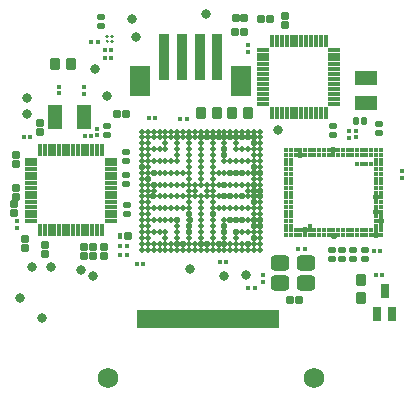
<source format=gbr>
G04*
G04 #@! TF.GenerationSoftware,Altium Limited,Altium Designer,24.6.1 (21)*
G04*
G04 Layer_Color=8388736*
%FSLAX44Y44*%
%MOMM*%
G71*
G04*
G04 #@! TF.SameCoordinates,46D9000B-954F-446C-B998-76B77EA3697B*
G04*
G04*
G04 #@! TF.FilePolarity,Negative*
G04*
G01*
G75*
%ADD17C,0.1500*%
%ADD43C,0.8382*%
G04:AMPARAMS|DCode=44|XSize=0.4048mm|YSize=0.4048mm|CornerRadius=0.0729mm|HoleSize=0mm|Usage=FLASHONLY|Rotation=180.000|XOffset=0mm|YOffset=0mm|HoleType=Round|Shape=RoundedRectangle|*
%AMROUNDEDRECTD44*
21,1,0.4048,0.2591,0,0,180.0*
21,1,0.2591,0.4048,0,0,180.0*
1,1,0.1457,-0.1295,0.1295*
1,1,0.1457,0.1295,0.1295*
1,1,0.1457,0.1295,-0.1295*
1,1,0.1457,-0.1295,-0.1295*
%
%ADD44ROUNDEDRECTD44*%
G04:AMPARAMS|DCode=45|XSize=0.9982mm|YSize=0.8712mm|CornerRadius=0.1511mm|HoleSize=0mm|Usage=FLASHONLY|Rotation=90.000|XOffset=0mm|YOffset=0mm|HoleType=Round|Shape=RoundedRectangle|*
%AMROUNDEDRECTD45*
21,1,0.9982,0.5690,0,0,90.0*
21,1,0.6960,0.8712,0,0,90.0*
1,1,0.3022,0.2845,0.3480*
1,1,0.3022,0.2845,-0.3480*
1,1,0.3022,-0.2845,-0.3480*
1,1,0.3022,-0.2845,0.3480*
%
%ADD45ROUNDEDRECTD45*%
G04:AMPARAMS|DCode=46|XSize=1.2932mm|YSize=1.4932mm|CornerRadius=0.2378mm|HoleSize=0mm|Usage=FLASHONLY|Rotation=90.000|XOffset=0mm|YOffset=0mm|HoleType=Round|Shape=RoundedRectangle|*
%AMROUNDEDRECTD46*
21,1,1.2932,1.0175,0,0,90.0*
21,1,0.8175,1.4932,0,0,90.0*
1,1,0.4757,0.5088,0.4088*
1,1,0.4757,0.5088,-0.4088*
1,1,0.4757,-0.5088,-0.4088*
1,1,0.4757,-0.5088,0.4088*
%
%ADD46ROUNDEDRECTD46*%
G04:AMPARAMS|DCode=47|XSize=0.6172mm|YSize=0.668mm|CornerRadius=0.1143mm|HoleSize=0mm|Usage=FLASHONLY|Rotation=180.000|XOffset=0mm|YOffset=0mm|HoleType=Round|Shape=RoundedRectangle|*
%AMROUNDEDRECTD47*
21,1,0.6172,0.4394,0,0,180.0*
21,1,0.3886,0.6680,0,0,180.0*
1,1,0.2286,-0.1943,0.2197*
1,1,0.2286,0.1943,0.2197*
1,1,0.2286,0.1943,-0.2197*
1,1,0.2286,-0.1943,-0.2197*
%
%ADD47ROUNDEDRECTD47*%
G04:AMPARAMS|DCode=48|XSize=0.608mm|YSize=0.5572mm|CornerRadius=0.0843mm|HoleSize=0mm|Usage=FLASHONLY|Rotation=180.000|XOffset=0mm|YOffset=0mm|HoleType=Round|Shape=RoundedRectangle|*
%AMROUNDEDRECTD48*
21,1,0.6080,0.3886,0,0,180.0*
21,1,0.4394,0.5572,0,0,180.0*
1,1,0.1686,-0.2197,0.1943*
1,1,0.1686,0.2197,0.1943*
1,1,0.1686,0.2197,-0.1943*
1,1,0.1686,-0.2197,-0.1943*
%
%ADD48ROUNDEDRECTD48*%
G04:AMPARAMS|DCode=49|XSize=0.4048mm|YSize=0.4048mm|CornerRadius=0.0729mm|HoleSize=0mm|Usage=FLASHONLY|Rotation=270.000|XOffset=0mm|YOffset=0mm|HoleType=Round|Shape=RoundedRectangle|*
%AMROUNDEDRECTD49*
21,1,0.4048,0.2591,0,0,270.0*
21,1,0.2591,0.4048,0,0,270.0*
1,1,0.1457,-0.1295,-0.1295*
1,1,0.1457,-0.1295,0.1295*
1,1,0.1457,0.1295,0.1295*
1,1,0.1457,0.1295,-0.1295*
%
%ADD49ROUNDEDRECTD49*%
%ADD50R,1.3032X2.1032*%
G04:AMPARAMS|DCode=51|XSize=0.6172mm|YSize=0.668mm|CornerRadius=0.1143mm|HoleSize=0mm|Usage=FLASHONLY|Rotation=270.000|XOffset=0mm|YOffset=0mm|HoleType=Round|Shape=RoundedRectangle|*
%AMROUNDEDRECTD51*
21,1,0.6172,0.4394,0,0,270.0*
21,1,0.3886,0.6680,0,0,270.0*
1,1,0.2286,-0.2197,-0.1943*
1,1,0.2286,-0.2197,0.1943*
1,1,0.2286,0.2197,0.1943*
1,1,0.2286,0.2197,-0.1943*
%
%ADD51ROUNDEDRECTD51*%
%ADD52R,0.4032X1.1032*%
%ADD53R,1.1032X0.4032*%
G04:AMPARAMS|DCode=54|XSize=0.4172mm|YSize=0.468mm|CornerRadius=0.0143mm|HoleSize=0mm|Usage=FLASHONLY|Rotation=180.000|XOffset=0mm|YOffset=0mm|HoleType=Round|Shape=RoundedRectangle|*
%AMROUNDEDRECTD54*
21,1,0.4172,0.4394,0,0,180.0*
21,1,0.3886,0.4680,0,0,180.0*
1,1,0.0286,-0.1943,0.2197*
1,1,0.0286,0.1943,0.2197*
1,1,0.0286,0.1943,-0.2197*
1,1,0.0286,-0.1943,-0.2197*
%
%ADD54ROUNDEDRECTD54*%
G04:AMPARAMS|DCode=55|XSize=0.608mm|YSize=0.5572mm|CornerRadius=0.0843mm|HoleSize=0mm|Usage=FLASHONLY|Rotation=90.000|XOffset=0mm|YOffset=0mm|HoleType=Round|Shape=RoundedRectangle|*
%AMROUNDEDRECTD55*
21,1,0.6080,0.3886,0,0,90.0*
21,1,0.4394,0.5572,0,0,90.0*
1,1,0.1686,0.1943,0.2197*
1,1,0.1686,0.1943,-0.2197*
1,1,0.1686,-0.1943,-0.2197*
1,1,0.1686,-0.1943,0.2197*
%
%ADD55ROUNDEDRECTD55*%
%ADD56R,0.7532X1.2032*%
%ADD57R,0.5032X1.6032*%
%ADD58R,0.9032X3.9032*%
%ADD59R,1.7032X2.5032*%
%ADD60C,0.4932*%
%ADD61C,0.4032*%
%ADD62R,1.9032X1.3032*%
%ADD63R,1.0032X0.4032*%
%ADD64R,0.4032X1.0032*%
G04:AMPARAMS|DCode=65|XSize=0.8874mm|YSize=0.9382mm|CornerRadius=0.1287mm|HoleSize=0mm|Usage=FLASHONLY|Rotation=0.000|XOffset=0mm|YOffset=0mm|HoleType=Round|Shape=RoundedRectangle|*
%AMROUNDEDRECTD65*
21,1,0.8874,0.6807,0,0,0.0*
21,1,0.6299,0.9382,0,0,0.0*
1,1,0.2575,0.3150,-0.3404*
1,1,0.2575,-0.3150,-0.3404*
1,1,0.2575,-0.3150,0.3404*
1,1,0.2575,0.3150,0.3404*
%
%ADD65ROUNDEDRECTD65*%
%ADD66C,1.7272*%
%ADD67C,0.5532*%
D17*
X85142Y240220D02*
G03*
X85142Y240220I-750J0D01*
G01*
X89142D02*
G03*
X89142Y240220I-750J0D01*
G01*
X85142Y236220D02*
G03*
X85142Y236220I-750J0D01*
G01*
X89142D02*
G03*
X89142Y236220I-750J0D01*
G01*
D43*
X84328Y189992D02*
D03*
X108966Y239522D02*
D03*
X105156Y254762D02*
D03*
X168148Y259080D02*
D03*
X228600Y161290D02*
D03*
X201676Y38608D02*
D03*
X183388Y37592D02*
D03*
X36576Y44958D02*
D03*
X28956Y2032D02*
D03*
X10414Y18796D02*
D03*
X20828Y45212D02*
D03*
X62230Y42672D02*
D03*
X72136Y37846D02*
D03*
X74168Y212344D02*
D03*
X154686Y43688D02*
D03*
X16764Y187960D02*
D03*
Y174244D02*
D03*
D44*
X43942Y197488D02*
D03*
Y192148D02*
D03*
X119759Y171196D02*
D03*
X125098D02*
D03*
X146174Y170688D02*
D03*
X151514D02*
D03*
X64770Y197234D02*
D03*
Y191894D02*
D03*
X75946Y162181D02*
D03*
Y156842D02*
D03*
X13841Y155448D02*
D03*
X19180D02*
D03*
X100714Y62484D02*
D03*
X95374D02*
D03*
X100714Y55118D02*
D03*
X95374D02*
D03*
X87760Y222250D02*
D03*
X82421D02*
D03*
X76329Y235712D02*
D03*
X70991D02*
D03*
X203708Y227454D02*
D03*
Y232794D02*
D03*
X310005Y58928D02*
D03*
X315343D02*
D03*
X312036Y38100D02*
D03*
X317376D02*
D03*
X215900Y32636D02*
D03*
Y37975D02*
D03*
X114937Y47752D02*
D03*
X109599D02*
D03*
D45*
X53340Y217170D02*
D03*
X40340D02*
D03*
X163934Y175514D02*
D03*
X176934D02*
D03*
X203350D02*
D03*
X190350D02*
D03*
D46*
X230908Y31478D02*
D03*
X252708Y48278D02*
D03*
X230908D02*
D03*
X252708Y31478D02*
D03*
D47*
X100015Y174244D02*
D03*
X92517D02*
D03*
X102301Y71120D02*
D03*
X221935Y255016D02*
D03*
X214437D02*
D03*
X192847Y243840D02*
D03*
X200345D02*
D03*
X246573Y16764D02*
D03*
X239075D02*
D03*
X193101Y255778D02*
D03*
X200599D02*
D03*
D48*
X84074Y157033D02*
D03*
Y164531D02*
D03*
X100076Y134681D02*
D03*
Y142179D02*
D03*
X100838Y97221D02*
D03*
Y89723D02*
D03*
X79026Y249203D02*
D03*
Y256701D02*
D03*
X314452Y158303D02*
D03*
Y165801D02*
D03*
X275590Y156525D02*
D03*
Y164023D02*
D03*
X100330Y123129D02*
D03*
Y115631D02*
D03*
X302260Y59375D02*
D03*
Y51877D02*
D03*
X283464Y59375D02*
D03*
Y51877D02*
D03*
X274574Y59375D02*
D03*
Y51877D02*
D03*
X292608Y59375D02*
D03*
Y51877D02*
D03*
D49*
X65402Y156210D02*
D03*
X70742D02*
D03*
X87792Y228568D02*
D03*
X82452D02*
D03*
X294894Y160403D02*
D03*
Y155064D02*
D03*
X288798Y159895D02*
D03*
Y154557D02*
D03*
X246250Y60706D02*
D03*
X251590D02*
D03*
X8128Y83695D02*
D03*
Y78356D02*
D03*
X209172Y27686D02*
D03*
X203832D02*
D03*
X185296Y49276D02*
D03*
X179956D02*
D03*
X334264Y120774D02*
D03*
Y126114D02*
D03*
D50*
X39824Y172466D02*
D03*
X64824D02*
D03*
D51*
X27686Y167071D02*
D03*
Y159573D02*
D03*
X6858Y132395D02*
D03*
Y139893D02*
D03*
X14478Y61529D02*
D03*
Y69027D02*
D03*
X235204Y250251D02*
D03*
Y257749D02*
D03*
X72644Y54671D02*
D03*
Y62169D02*
D03*
X64516Y54671D02*
D03*
Y62169D02*
D03*
X31750Y56195D02*
D03*
Y63693D02*
D03*
X6858Y112207D02*
D03*
Y104709D02*
D03*
X5842Y98237D02*
D03*
Y90739D02*
D03*
X81534Y54671D02*
D03*
Y62169D02*
D03*
D52*
X79594Y143982D02*
D03*
X75594D02*
D03*
X71594D02*
D03*
X67594D02*
D03*
X63594D02*
D03*
X59594D02*
D03*
X55594D02*
D03*
X51594D02*
D03*
X47594D02*
D03*
X43594D02*
D03*
X39594D02*
D03*
X35594D02*
D03*
X31594D02*
D03*
X27594D02*
D03*
Y75982D02*
D03*
X31594D02*
D03*
X35594D02*
D03*
X39594D02*
D03*
X43594D02*
D03*
X47594D02*
D03*
X51594D02*
D03*
X55594D02*
D03*
X59594D02*
D03*
X63594D02*
D03*
X67594D02*
D03*
X71594D02*
D03*
X75594D02*
D03*
X79594D02*
D03*
D53*
X19594Y135982D02*
D03*
Y131982D02*
D03*
Y127982D02*
D03*
Y123982D02*
D03*
Y119982D02*
D03*
Y115982D02*
D03*
Y111982D02*
D03*
Y107982D02*
D03*
Y103982D02*
D03*
Y99982D02*
D03*
Y95982D02*
D03*
Y91982D02*
D03*
Y87982D02*
D03*
Y83982D02*
D03*
X87594D02*
D03*
Y87982D02*
D03*
Y91982D02*
D03*
Y95982D02*
D03*
Y99982D02*
D03*
Y103982D02*
D03*
Y107982D02*
D03*
Y111982D02*
D03*
Y115982D02*
D03*
Y119982D02*
D03*
Y123982D02*
D03*
Y127982D02*
D03*
Y131982D02*
D03*
Y135982D02*
D03*
D54*
X94803Y71120D02*
D03*
D55*
X302199Y168656D02*
D03*
X294701D02*
D03*
D56*
X319278Y24486D02*
D03*
X325778Y5486D02*
D03*
X312778D02*
D03*
D57*
X157466Y762D02*
D03*
X152466D02*
D03*
X147466D02*
D03*
X142466D02*
D03*
X137466D02*
D03*
X132466D02*
D03*
X127466D02*
D03*
X122466D02*
D03*
X117466D02*
D03*
X112466D02*
D03*
X162466D02*
D03*
X167466D02*
D03*
X172466D02*
D03*
X177466D02*
D03*
X182466D02*
D03*
X187466D02*
D03*
X192466D02*
D03*
X197466D02*
D03*
X202466D02*
D03*
X207466D02*
D03*
X212466D02*
D03*
X217466D02*
D03*
X222466D02*
D03*
X227466D02*
D03*
D58*
X177574Y223266D02*
D03*
X162574D02*
D03*
X147574D02*
D03*
X132574D02*
D03*
D59*
X198074Y202266D02*
D03*
X112074D02*
D03*
D60*
X113670Y59742D02*
D03*
Y64742D02*
D03*
Y159742D02*
D03*
X118670Y59742D02*
D03*
Y64742D02*
D03*
X123670Y59742D02*
D03*
Y64742D02*
D03*
Y74742D02*
D03*
Y84742D02*
D03*
Y94742D02*
D03*
Y104742D02*
D03*
Y114742D02*
D03*
Y124742D02*
D03*
Y134742D02*
D03*
Y144742D02*
D03*
X128670Y59742D02*
D03*
Y64742D02*
D03*
X133670Y59742D02*
D03*
Y64742D02*
D03*
Y69742D02*
D03*
Y149742D02*
D03*
X138670Y59742D02*
D03*
Y64742D02*
D03*
Y154742D02*
D03*
Y159742D02*
D03*
X143670Y59742D02*
D03*
Y64742D02*
D03*
Y69742D02*
D03*
Y79742D02*
D03*
Y94742D02*
D03*
Y114742D02*
D03*
Y139742D02*
D03*
Y144742D02*
D03*
Y149742D02*
D03*
X148670Y64742D02*
D03*
Y94742D02*
D03*
Y104742D02*
D03*
Y114742D02*
D03*
Y124742D02*
D03*
Y154742D02*
D03*
X153670Y59742D02*
D03*
Y64742D02*
D03*
Y69742D02*
D03*
Y74742D02*
D03*
Y79742D02*
D03*
Y84742D02*
D03*
Y94742D02*
D03*
Y124742D02*
D03*
Y139742D02*
D03*
Y149742D02*
D03*
X158670Y59742D02*
D03*
Y64742D02*
D03*
Y109742D02*
D03*
X163670Y59742D02*
D03*
Y64742D02*
D03*
Y69742D02*
D03*
Y74742D02*
D03*
Y79742D02*
D03*
Y84742D02*
D03*
Y89742D02*
D03*
Y94742D02*
D03*
Y124742D02*
D03*
Y129742D02*
D03*
Y149742D02*
D03*
X168670Y59742D02*
D03*
Y64742D02*
D03*
Y109742D02*
D03*
X173670Y59742D02*
D03*
Y64742D02*
D03*
Y69742D02*
D03*
Y74742D02*
D03*
Y79742D02*
D03*
Y84742D02*
D03*
Y94742D02*
D03*
Y124742D02*
D03*
Y149742D02*
D03*
X178670Y64742D02*
D03*
Y94742D02*
D03*
Y104742D02*
D03*
Y114742D02*
D03*
Y124742D02*
D03*
X183670Y59742D02*
D03*
Y64742D02*
D03*
Y69742D02*
D03*
Y104742D02*
D03*
Y124742D02*
D03*
Y149742D02*
D03*
X193670Y69742D02*
D03*
Y149742D02*
D03*
X198670Y94742D02*
D03*
X203670Y74742D02*
D03*
Y84742D02*
D03*
Y94742D02*
D03*
Y104742D02*
D03*
Y114742D02*
D03*
Y124742D02*
D03*
Y134742D02*
D03*
Y144742D02*
D03*
X208670Y64742D02*
D03*
Y79742D02*
D03*
X213670Y59742D02*
D03*
Y79742D02*
D03*
Y159742D02*
D03*
X208670Y69742D02*
D03*
X213670Y64742D02*
D03*
X188670Y104742D02*
D03*
X198670Y114742D02*
D03*
X213670D02*
D03*
X188670Y134742D02*
D03*
X193670D02*
D03*
X208670D02*
D03*
X198670D02*
D03*
X203670Y109742D02*
D03*
X208670Y119742D02*
D03*
X198670Y84742D02*
D03*
X128670Y134742D02*
D03*
X133670D02*
D03*
X138670D02*
D03*
X113670Y129742D02*
D03*
X138670Y104742D02*
D03*
X123670Y109742D02*
D03*
X118670Y129742D02*
D03*
X113670Y144742D02*
D03*
X118670Y139742D02*
D03*
Y144742D02*
D03*
X113670Y134742D02*
D03*
X118670D02*
D03*
X113670Y139742D02*
D03*
Y104742D02*
D03*
X118670Y94742D02*
D03*
X113670Y99742D02*
D03*
X118670D02*
D03*
X113670Y94742D02*
D03*
Y89742D02*
D03*
X118670Y104742D02*
D03*
X128670Y124742D02*
D03*
X118670Y119742D02*
D03*
X163670Y144742D02*
D03*
X133670Y94742D02*
D03*
X128670Y104742D02*
D03*
X138670Y94742D02*
D03*
X133670Y104742D02*
D03*
X128670Y94742D02*
D03*
X193670D02*
D03*
X143670Y104742D02*
D03*
Y134742D02*
D03*
X153670Y129742D02*
D03*
Y134742D02*
D03*
X163670D02*
D03*
X173670Y129742D02*
D03*
Y134742D02*
D03*
X183670D02*
D03*
X213670Y84742D02*
D03*
X133670Y159742D02*
D03*
X198670Y104742D02*
D03*
X193670Y74742D02*
D03*
X198670Y64742D02*
D03*
X203670Y59742D02*
D03*
X198670D02*
D03*
Y74742D02*
D03*
X213670Y124742D02*
D03*
X208670D02*
D03*
X193670D02*
D03*
X188670D02*
D03*
X198670D02*
D03*
X188670Y114742D02*
D03*
X213670Y129742D02*
D03*
X208670D02*
D03*
X113670Y109742D02*
D03*
X118670Y114742D02*
D03*
X138670D02*
D03*
X133670D02*
D03*
X118670Y109742D02*
D03*
X113670Y114742D02*
D03*
Y119742D02*
D03*
X128670Y114742D02*
D03*
X133670Y124742D02*
D03*
X118670D02*
D03*
X138670D02*
D03*
X143670D02*
D03*
X118670Y69742D02*
D03*
Y79742D02*
D03*
X113670D02*
D03*
X128670Y74742D02*
D03*
X113670D02*
D03*
X133670D02*
D03*
Y84742D02*
D03*
X128670D02*
D03*
X113670D02*
D03*
X118670D02*
D03*
Y89742D02*
D03*
X113670Y69742D02*
D03*
X138670Y84742D02*
D03*
X118670Y74742D02*
D03*
X213670Y139742D02*
D03*
Y144742D02*
D03*
Y134742D02*
D03*
X208670Y139742D02*
D03*
X153670Y144742D02*
D03*
X128670Y154742D02*
D03*
X133670Y144742D02*
D03*
X128670Y159742D02*
D03*
X208670D02*
D03*
X203670Y154742D02*
D03*
X183670D02*
D03*
X188670Y159742D02*
D03*
X208670Y154742D02*
D03*
X178670D02*
D03*
X153670D02*
D03*
X173670Y144742D02*
D03*
Y139742D02*
D03*
X153670Y159742D02*
D03*
X148670D02*
D03*
X133670Y154742D02*
D03*
X183670Y139742D02*
D03*
X123670Y154742D02*
D03*
X128670Y144742D02*
D03*
X198670D02*
D03*
X183670D02*
D03*
X113670Y149742D02*
D03*
X143670Y159742D02*
D03*
Y154742D02*
D03*
X123670Y159742D02*
D03*
X193670Y144742D02*
D03*
X163670Y154742D02*
D03*
X158670D02*
D03*
X163670Y159742D02*
D03*
X158670D02*
D03*
X118670D02*
D03*
X163670Y139742D02*
D03*
X118670Y154742D02*
D03*
X113670D02*
D03*
X118670Y149742D02*
D03*
X208670Y89742D02*
D03*
Y94742D02*
D03*
Y104742D02*
D03*
Y109742D02*
D03*
X213670Y89742D02*
D03*
Y94742D02*
D03*
Y104742D02*
D03*
Y109742D02*
D03*
X208670Y99742D02*
D03*
X213670D02*
D03*
X188670Y59742D02*
D03*
X193670D02*
D03*
X188670Y64742D02*
D03*
X193670D02*
D03*
Y104742D02*
D03*
X208670Y114742D02*
D03*
X183670Y79742D02*
D03*
X188670Y84742D02*
D03*
X183670Y74742D02*
D03*
Y84742D02*
D03*
X153670Y99742D02*
D03*
Y104742D02*
D03*
Y109742D02*
D03*
Y114742D02*
D03*
Y119742D02*
D03*
X158670Y104742D02*
D03*
Y114742D02*
D03*
X163670Y99742D02*
D03*
Y104742D02*
D03*
Y114742D02*
D03*
Y119742D02*
D03*
X168670Y104742D02*
D03*
Y114742D02*
D03*
X173670Y99742D02*
D03*
Y104742D02*
D03*
Y109742D02*
D03*
Y114742D02*
D03*
Y119742D02*
D03*
X143670Y84742D02*
D03*
X153670Y89742D02*
D03*
X183670Y114742D02*
D03*
X188670Y94742D02*
D03*
X193670Y84742D02*
D03*
X208670Y74742D02*
D03*
X113670Y124742D02*
D03*
X213670Y69742D02*
D03*
Y74742D02*
D03*
X143670D02*
D03*
X173670Y89742D02*
D03*
X208670Y84742D02*
D03*
X193670Y114742D02*
D03*
X213670Y119742D02*
D03*
X183670Y94742D02*
D03*
X178670Y59742D02*
D03*
X203670Y64742D02*
D03*
X208670Y59742D02*
D03*
X193670Y159742D02*
D03*
X188670Y154742D02*
D03*
X168670D02*
D03*
Y159742D02*
D03*
X173670Y154742D02*
D03*
Y159742D02*
D03*
X178670D02*
D03*
X183670D02*
D03*
X198670Y154742D02*
D03*
X203670Y159742D02*
D03*
X198670D02*
D03*
X193670Y154742D02*
D03*
X208670Y144742D02*
D03*
X213670Y149742D02*
D03*
Y154742D02*
D03*
X208670Y149742D02*
D03*
X148670Y59742D02*
D03*
D61*
X255844Y79950D02*
D03*
X307844Y131950D02*
D03*
X295844D02*
D03*
X299844D02*
D03*
X303844D02*
D03*
X235844Y135950D02*
D03*
Y107950D02*
D03*
Y115950D02*
D03*
Y127950D02*
D03*
Y139950D02*
D03*
Y143950D02*
D03*
X239844Y123950D02*
D03*
Y143950D02*
D03*
Y139950D02*
D03*
Y131950D02*
D03*
Y107950D02*
D03*
Y115950D02*
D03*
X247844Y143950D02*
D03*
Y139950D02*
D03*
X251844D02*
D03*
X255844Y143950D02*
D03*
Y139950D02*
D03*
X263844D02*
D03*
X235844Y71950D02*
D03*
Y99950D02*
D03*
Y91950D02*
D03*
Y87950D02*
D03*
Y83950D02*
D03*
Y79950D02*
D03*
Y75950D02*
D03*
X239844Y87950D02*
D03*
Y91950D02*
D03*
Y75950D02*
D03*
Y71950D02*
D03*
X247844D02*
D03*
Y75950D02*
D03*
X251844D02*
D03*
X255844Y71950D02*
D03*
Y75950D02*
D03*
X263844D02*
D03*
X267844Y71950D02*
D03*
Y143950D02*
D03*
X275844D02*
D03*
Y139950D02*
D03*
X279844Y143950D02*
D03*
Y139950D02*
D03*
X283844Y143950D02*
D03*
Y139950D02*
D03*
X287844Y143950D02*
D03*
Y139950D02*
D03*
X291844D02*
D03*
X295844D02*
D03*
X299844Y143950D02*
D03*
Y139950D02*
D03*
X303844Y143950D02*
D03*
Y139950D02*
D03*
X307844Y143950D02*
D03*
Y139950D02*
D03*
X311844Y143950D02*
D03*
Y139950D02*
D03*
Y135950D02*
D03*
Y131950D02*
D03*
Y127950D02*
D03*
X315844Y143950D02*
D03*
Y139950D02*
D03*
Y135950D02*
D03*
Y131950D02*
D03*
Y127950D02*
D03*
X275844Y71950D02*
D03*
Y75950D02*
D03*
X279844Y71950D02*
D03*
Y75950D02*
D03*
X283844D02*
D03*
Y71950D02*
D03*
X287844D02*
D03*
Y75950D02*
D03*
X291844D02*
D03*
Y71950D02*
D03*
X295844Y75950D02*
D03*
Y71950D02*
D03*
X299844D02*
D03*
Y75950D02*
D03*
X311844Y123950D02*
D03*
X315844D02*
D03*
Y115950D02*
D03*
X311844Y111950D02*
D03*
Y107950D02*
D03*
Y103950D02*
D03*
X315844D02*
D03*
Y95950D02*
D03*
X311844Y91950D02*
D03*
X315844Y87950D02*
D03*
X311844Y83950D02*
D03*
X315844D02*
D03*
X303844Y75950D02*
D03*
X307844D02*
D03*
X311844D02*
D03*
X315844D02*
D03*
X303844Y71950D02*
D03*
X307844D02*
D03*
X311844D02*
D03*
X315844D02*
D03*
Y79950D02*
D03*
X291844Y143950D02*
D03*
X295844D02*
D03*
X239844Y103950D02*
D03*
X311844Y79950D02*
D03*
Y87950D02*
D03*
Y95950D02*
D03*
Y99950D02*
D03*
Y115950D02*
D03*
Y119950D02*
D03*
X315844Y91950D02*
D03*
Y99950D02*
D03*
Y111950D02*
D03*
Y119950D02*
D03*
X259844Y143950D02*
D03*
Y139950D02*
D03*
Y71950D02*
D03*
Y75950D02*
D03*
X235844Y103950D02*
D03*
X239844Y99950D02*
D03*
X235844Y131950D02*
D03*
X239844Y135950D02*
D03*
X243844Y139950D02*
D03*
Y143950D02*
D03*
X263844D02*
D03*
X267844Y139950D02*
D03*
X271844D02*
D03*
Y143950D02*
D03*
X239844Y83950D02*
D03*
Y79950D02*
D03*
X243844Y75950D02*
D03*
Y71950D02*
D03*
X263844D02*
D03*
X267844Y75950D02*
D03*
X271844D02*
D03*
Y71950D02*
D03*
X251844Y143950D02*
D03*
Y71950D02*
D03*
X235844Y111950D02*
D03*
X239844D02*
D03*
Y127950D02*
D03*
X235844Y123950D02*
D03*
Y119950D02*
D03*
X239844D02*
D03*
Y95950D02*
D03*
X235844D02*
D03*
X315844Y107950D02*
D03*
D62*
X303784Y184064D02*
D03*
Y205064D02*
D03*
D63*
X276791Y229108D02*
D03*
Y183134D02*
D03*
Y187314D02*
D03*
Y191493D02*
D03*
Y195672D02*
D03*
Y199852D02*
D03*
Y204032D02*
D03*
Y208211D02*
D03*
Y212390D02*
D03*
Y216569D02*
D03*
Y220749D02*
D03*
Y224929D02*
D03*
X216339Y183134D02*
D03*
Y229108D02*
D03*
Y224929D02*
D03*
Y220749D02*
D03*
Y216569D02*
D03*
Y212390D02*
D03*
Y208211D02*
D03*
Y204032D02*
D03*
Y199852D02*
D03*
Y195672D02*
D03*
Y191493D02*
D03*
Y187314D02*
D03*
D64*
X223705Y236474D02*
D03*
X269679D02*
D03*
X265499D02*
D03*
X261320D02*
D03*
X257141D02*
D03*
X252961D02*
D03*
X248781D02*
D03*
X244602D02*
D03*
X240423D02*
D03*
X236243D02*
D03*
X232064D02*
D03*
X227884D02*
D03*
X269679Y175768D02*
D03*
X223705D02*
D03*
X227884D02*
D03*
X232064D02*
D03*
X236243D02*
D03*
X240423D02*
D03*
X244602D02*
D03*
X248781D02*
D03*
X252961D02*
D03*
X257141D02*
D03*
X261320D02*
D03*
X265499D02*
D03*
D65*
X298958Y33911D02*
D03*
Y18412D02*
D03*
D66*
X259386Y-49200D02*
D03*
X85386D02*
D03*
D67*
X276098Y70934D02*
D03*
X183670Y64742D02*
D03*
Y74742D02*
D03*
X123416Y104742D02*
D03*
X251844Y75950D02*
D03*
X275844Y143950D02*
D03*
X183670Y114742D02*
D03*
X123670Y124742D02*
D03*
Y114742D02*
D03*
X247844Y139950D02*
D03*
X311844Y103950D02*
D03*
Y71950D02*
D03*
X315844Y83950D02*
D03*
X311844Y91950D02*
D03*
X203670Y64742D02*
D03*
X173670Y89742D02*
D03*
X208670Y99742D02*
D03*
X198628Y104902D02*
D03*
X208670Y109742D02*
D03*
Y104742D02*
D03*
X213670D02*
D03*
Y109742D02*
D03*
X153670Y74742D02*
D03*
X183670Y144742D02*
D03*
X143670Y64742D02*
D03*
Y84742D02*
D03*
X118670Y119742D02*
D03*
X113670Y129742D02*
D03*
X143670Y154742D02*
D03*
X183670Y104742D02*
D03*
X153670Y79742D02*
D03*
X154686Y84582D02*
D03*
X153670Y89742D02*
D03*
X208670Y114742D02*
D03*
Y129742D02*
D03*
X213670Y124742D02*
D03*
X208670D02*
D03*
X198670D02*
D03*
X193670D02*
D03*
X188670D02*
D03*
X183670Y139742D02*
D03*
X208670Y149742D02*
D03*
Y154742D02*
D03*
X203670D02*
D03*
X198670D02*
D03*
X173670D02*
D03*
X193670D02*
D03*
X188670D02*
D03*
X183670D02*
D03*
X178670D02*
D03*
X168670D02*
D03*
X163670D02*
D03*
X153670D02*
D03*
X208670Y69742D02*
D03*
X213670Y79742D02*
D03*
X208670D02*
D03*
X213670Y84742D02*
D03*
X208670D02*
D03*
X188670Y104742D02*
D03*
X198670Y84742D02*
D03*
X188670D02*
D03*
X193670D02*
D03*
Y74742D02*
D03*
X178670Y64742D02*
D03*
X183670Y79742D02*
D03*
X168670Y64742D02*
D03*
X163670D02*
D03*
X148670D02*
D03*
M02*

</source>
